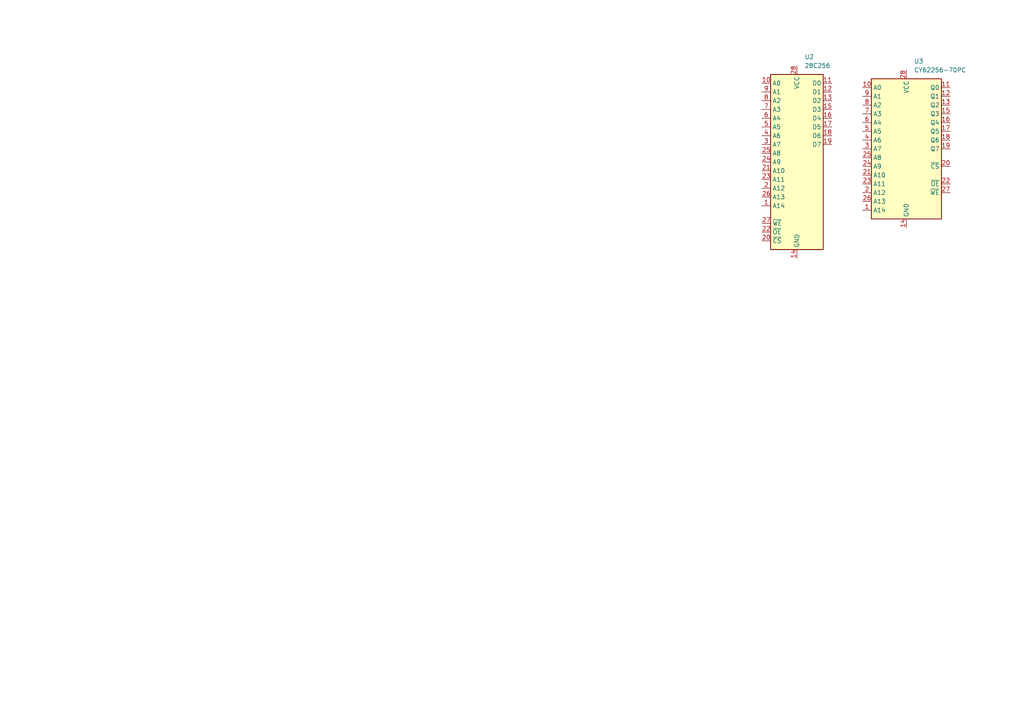
<source format=kicad_sch>
(kicad_sch (version 20231120) (generator "eeschema") (generator_version "8.0")
  (paper "A4")
  (lib_symbols
    (symbol "Memory_EEPROM:28C256"
      (property "Reference" "U" (at -7.62 26.67 0))
      (property "Value" "28C256" (at 2.54 -26.67 0))
      (symbol "28C256_1_1"
        (rectangle (start -7.62 25.4) (end 7.62 -25.4) (stroke (width 0.254)) (fill (type background)))
        (pin input line (at -10.16 -12.7 0) (length 2.54) (name "A14") (number "1"))
        (pin input line (at -10.16 22.86 0) (length 2.54) (name "A0") (number "10"))
        (pin tri_state line (at 10.16 22.86 180) (length 2.54) (name "D0") (number "11"))
        (pin tri_state line (at 10.16 20.32 180) (length 2.54) (name "D1") (number "12"))
        (pin tri_state line (at 10.16 17.78 180) (length 2.54) (name "D2") (number "13"))
        (pin power_in line (at 0 -27.94 90) (length 2.54) (name "GND") (number "14"))
        (pin tri_state line (at 10.16 15.24 180) (length 2.54) (name "D3") (number "15"))
        (pin tri_state line (at 10.16 12.7 180) (length 2.54) (name "D4") (number "16"))
        (pin tri_state line (at 10.16 10.16 180) (length 2.54) (name "D5") (number "17"))
        (pin tri_state line (at 10.16 7.62 180) (length 2.54) (name "D6") (number "18"))
        (pin tri_state line (at 10.16 5.08 180) (length 2.54) (name "D7") (number "19"))
        (pin input line (at -10.16 -7.62 0) (length 2.54) (name "A12") (number "2"))
        (pin input line (at -10.16 -22.86 0) (length 2.54) (name "~{CS}") (number "20"))
        (pin input line (at -10.16 -2.54 0) (length 2.54) (name "A10") (number "21"))
        (pin input line (at -10.16 -20.32 0) (length 2.54) (name "~{OE}") (number "22"))
        (pin input line (at -10.16 -5.08 0) (length 2.54) (name "A11") (number "23"))
        (pin input line (at -10.16 0 0) (length 2.54) (name "A9") (number "24"))
        (pin input line (at -10.16 2.54 0) (length 2.54) (name "A8") (number "25"))
        (pin input line (at -10.16 -10.16 0) (length 2.54) (name "A13") (number "26"))
        (pin input line (at -10.16 -17.78 0) (length 2.54) (name "~{WE}") (number "27"))
        (pin power_in line (at 0 27.94 270) (length 2.54) (name "VCC") (number "28"))
        (pin input line (at -10.16 5.08 0) (length 2.54) (name "A7") (number "3"))
        (pin input line (at -10.16 7.62 0) (length 2.54) (name "A6") (number "4"))
        (pin input line (at -10.16 10.16 0) (length 2.54) (name "A5") (number "5"))
        (pin input line (at -10.16 12.7 0) (length 2.54) (name "A4") (number "6"))
        (pin input line (at -10.16 15.24 0) (length 2.54) (name "A3") (number "7"))
        (pin input line (at -10.16 17.78 0) (length 2.54) (name "A2") (number "8"))
        (pin input line (at -10.16 20.32 0) (length 2.54) (name "A1") (number "9"))
      )
    )
    (symbol "Memory_RAM:CY62256-70PC"
      (property "Reference" "U" (at -10.16 20.955 0))
      (property "Value" "CY62256-70PC" (at 2.54 20.955 0))
      (symbol "CY62256-70PC_0_0"
        (pin power_in line (at 0 -22.86 90) (length 2.54) (name "GND") (number "14"))
        (pin power_in line (at 0 22.86 270) (length 2.54) (name "VCC") (number "28"))
      )
      (symbol "CY62256-70PC_0_1"
        (rectangle (start -10.16 20.32) (end 10.16 -20.32) (stroke (width 0.254)) (fill (type background)))
      )
      (symbol "CY62256-70PC_1_1"
        (pin input line (at -12.7 -17.78 0) (length 2.54) (name "A14") (number "1"))
        (pin input line (at -12.7 17.78 0) (length 2.54) (name "A0") (number "10"))
        (pin tri_state line (at 12.7 17.78 180) (length 2.54) (name "Q0") (number "11"))
        (pin tri_state line (at 12.7 15.24 180) (length 2.54) (name "Q1") (number "12"))
        (pin tri_state line (at 12.7 12.7 180) (length 2.54) (name "Q2") (number "13"))
        (pin tri_state line (at 12.7 10.16 180) (length 2.54) (name "Q3") (number "15"))
        (pin tri_state line (at 12.7 7.62 180) (length 2.54) (name "Q4") (number "16"))
        (pin tri_state line (at 12.7 5.08 180) (length 2.54) (name "Q5") (number "17"))
        (pin tri_state line (at 12.7 2.54 180) (length 2.54) (name "Q6") (number "18"))
        (pin tri_state line (at 12.7 0 180) (length 2.54) (name "Q7") (number "19"))
        (pin input line (at -12.7 -12.7 0) (length 2.54) (name "A12") (number "2"))
        (pin input line (at 12.7 -5.08 180) (length 2.54) (name "~{CS}") (number "20"))
        (pin input line (at -12.7 -7.62 0) (length 2.54) (name "A10") (number "21"))
        (pin input line (at 12.7 -10.16 180) (length 2.54) (name "~{OE}") (number "22"))
        (pin input line (at -12.7 -10.16 0) (length 2.54) (name "A11") (number "23"))
        (pin input line (at -12.7 -5.08 0) (length 2.54) (name "A9") (number "24"))
        (pin input line (at -12.7 -2.54 0) (length 2.54) (name "A8") (number "25"))
        (pin input line (at -12.7 -15.24 0) (length 2.54) (name "A13") (number "26"))
        (pin input line (at 12.7 -12.7 180) (length 2.54) (name "~{WE}") (number "27"))
        (pin input line (at -12.7 0 0) (length 2.54) (name "A7") (number "3"))
        (pin input line (at -12.7 2.54 0) (length 2.54) (name "A6") (number "4"))
        (pin input line (at -12.7 5.08 0) (length 2.54) (name "A5") (number "5"))
        (pin input line (at -12.7 7.62 0) (length 2.54) (name "A4") (number "6"))
        (pin input line (at -12.7 10.16 0) (length 2.54) (name "A3") (number "7"))
        (pin input line (at -12.7 12.7 0) (length 2.54) (name "A2") (number "8"))
        (pin input line (at -12.7 15.24 0) (length 2.54) (name "A1") (number "9"))
      )
    )
  )
  (symbol (lib_id "Memory_EEPROM:28C256") (at 231.14 46.99 0) (unit 1)
    (property "Reference" "U2" (at 233.3341 16.51 0) (effects (justify left)))
    (property "Value" "28C256" (at 233.3341 19.05 0) (effects (justify left)))
    (property "Datasheet" "http://ww1.microchip.com/downloads/en/DeviceDoc/doc0006.pdf" (effects (hide yes)))
    (property "Description" "Paged Parallel EEPROM 256Kb (32K x 8), DIP-28/SOIC-28" (effects (hide yes)))
  )
  (symbol (lib_id "Memory_RAM:CY62256-70PC") (at 262.89 43.18 0) (unit 1)
    (property "Reference" "U3" (at 265.0841 17.78 0) (effects (justify left)))
    (property "Value" "CY62256-70PC" (at 265.0841 20.32 0) (effects (justify left)))
    (property "Footprint" "Package_DIP:DIP-28_W15.24mm" (effects (hide yes)))
    (property "Datasheet" "https://ecee.colorado.edu/~mcclurel/Cypress_SRAM_CY62256.pdf" (effects (hide yes)))
    (property "Description" "256K (32K x 8) Static RAM, 70ns, DIP-28" (effects (hide yes)))
  )
)
</source>
